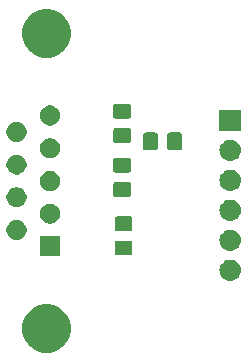
<source format=gbr>
G04 #@! TF.GenerationSoftware,KiCad,Pcbnew,(5.0.2)-1*
G04 #@! TF.CreationDate,2019-09-14T16:42:52-04:00*
G04 #@! TF.ProjectId,RS232_TTL_Female,52533233-325f-4545-944c-5f46656d616c,rev?*
G04 #@! TF.SameCoordinates,Original*
G04 #@! TF.FileFunction,Soldermask,Bot*
G04 #@! TF.FilePolarity,Negative*
%FSLAX46Y46*%
G04 Gerber Fmt 4.6, Leading zero omitted, Abs format (unit mm)*
G04 Created by KiCad (PCBNEW (5.0.2)-1) date 9/14/2019 4:42:52 PM*
%MOMM*%
%LPD*%
G01*
G04 APERTURE LIST*
%ADD10C,0.100000*%
G04 APERTURE END LIST*
D10*
G36*
X8299252Y-25815818D02*
X8299254Y-25815819D01*
X8299255Y-25815819D01*
X8672513Y-25970427D01*
X8672514Y-25970428D01*
X9008439Y-26194886D01*
X9294114Y-26480561D01*
X9294116Y-26480564D01*
X9518573Y-26816487D01*
X9673181Y-27189745D01*
X9752000Y-27585994D01*
X9752000Y-27990006D01*
X9673181Y-28386255D01*
X9518573Y-28759513D01*
X9518572Y-28759514D01*
X9294114Y-29095439D01*
X9008439Y-29381114D01*
X9008436Y-29381116D01*
X8672513Y-29605573D01*
X8299255Y-29760181D01*
X8299254Y-29760181D01*
X8299252Y-29760182D01*
X7903007Y-29839000D01*
X7498993Y-29839000D01*
X7102748Y-29760182D01*
X7102746Y-29760181D01*
X7102745Y-29760181D01*
X6729487Y-29605573D01*
X6393564Y-29381116D01*
X6393561Y-29381114D01*
X6107886Y-29095439D01*
X5883428Y-28759514D01*
X5883427Y-28759513D01*
X5728819Y-28386255D01*
X5650000Y-27990006D01*
X5650000Y-27585994D01*
X5728819Y-27189745D01*
X5883427Y-26816487D01*
X6107884Y-26480564D01*
X6107886Y-26480561D01*
X6393561Y-26194886D01*
X6729486Y-25970428D01*
X6729487Y-25970427D01*
X7102745Y-25815819D01*
X7102746Y-25815819D01*
X7102748Y-25815818D01*
X7498993Y-25737000D01*
X7903007Y-25737000D01*
X8299252Y-25815818D01*
X8299252Y-25815818D01*
G37*
G36*
X23351443Y-21965519D02*
X23417627Y-21972037D01*
X23530853Y-22006384D01*
X23587467Y-22023557D01*
X23726087Y-22097652D01*
X23743991Y-22107222D01*
X23779729Y-22136552D01*
X23881186Y-22219814D01*
X23964448Y-22321271D01*
X23993778Y-22357009D01*
X23993779Y-22357011D01*
X24077443Y-22513533D01*
X24077443Y-22513534D01*
X24128963Y-22683373D01*
X24146359Y-22860000D01*
X24128963Y-23036627D01*
X24094616Y-23149853D01*
X24077443Y-23206467D01*
X24003348Y-23345087D01*
X23993778Y-23362991D01*
X23964448Y-23398729D01*
X23881186Y-23500186D01*
X23779729Y-23583448D01*
X23743991Y-23612778D01*
X23743989Y-23612779D01*
X23587467Y-23696443D01*
X23530853Y-23713616D01*
X23417627Y-23747963D01*
X23351442Y-23754482D01*
X23285260Y-23761000D01*
X23196740Y-23761000D01*
X23130558Y-23754482D01*
X23064373Y-23747963D01*
X22951147Y-23713616D01*
X22894533Y-23696443D01*
X22738011Y-23612779D01*
X22738009Y-23612778D01*
X22702271Y-23583448D01*
X22600814Y-23500186D01*
X22517552Y-23398729D01*
X22488222Y-23362991D01*
X22478652Y-23345087D01*
X22404557Y-23206467D01*
X22387384Y-23149853D01*
X22353037Y-23036627D01*
X22335641Y-22860000D01*
X22353037Y-22683373D01*
X22404557Y-22513534D01*
X22404557Y-22513533D01*
X22488221Y-22357011D01*
X22488222Y-22357009D01*
X22517552Y-22321271D01*
X22600814Y-22219814D01*
X22702271Y-22136552D01*
X22738009Y-22107222D01*
X22755913Y-22097652D01*
X22894533Y-22023557D01*
X22951147Y-22006384D01*
X23064373Y-21972037D01*
X23130557Y-21965519D01*
X23196740Y-21959000D01*
X23285260Y-21959000D01*
X23351443Y-21965519D01*
X23351443Y-21965519D01*
G37*
G36*
X8852000Y-21679000D02*
X7150000Y-21679000D01*
X7150000Y-19977000D01*
X8852000Y-19977000D01*
X8852000Y-21679000D01*
X8852000Y-21679000D01*
G37*
G36*
X14812677Y-20342465D02*
X14850364Y-20353898D01*
X14885103Y-20372466D01*
X14915548Y-20397452D01*
X14940534Y-20427897D01*
X14959102Y-20462636D01*
X14970535Y-20500323D01*
X14975000Y-20545661D01*
X14975000Y-21382339D01*
X14970535Y-21427677D01*
X14959102Y-21465364D01*
X14940534Y-21500103D01*
X14915548Y-21530548D01*
X14885103Y-21555534D01*
X14850364Y-21574102D01*
X14812677Y-21585535D01*
X14767339Y-21590000D01*
X13680661Y-21590000D01*
X13635323Y-21585535D01*
X13597636Y-21574102D01*
X13562897Y-21555534D01*
X13532452Y-21530548D01*
X13507466Y-21500103D01*
X13488898Y-21465364D01*
X13477465Y-21427677D01*
X13473000Y-21382339D01*
X13473000Y-20545661D01*
X13477465Y-20500323D01*
X13488898Y-20462636D01*
X13507466Y-20427897D01*
X13532452Y-20397452D01*
X13562897Y-20372466D01*
X13597636Y-20353898D01*
X13635323Y-20342465D01*
X13680661Y-20338000D01*
X14767339Y-20338000D01*
X14812677Y-20342465D01*
X14812677Y-20342465D01*
G37*
G36*
X23351443Y-19425519D02*
X23417627Y-19432037D01*
X23510738Y-19460282D01*
X23587467Y-19483557D01*
X23693063Y-19540000D01*
X23743991Y-19567222D01*
X23779729Y-19596552D01*
X23881186Y-19679814D01*
X23964448Y-19781271D01*
X23993778Y-19817009D01*
X23993779Y-19817011D01*
X24077443Y-19973533D01*
X24081067Y-19985481D01*
X24128963Y-20143373D01*
X24146359Y-20320000D01*
X24128963Y-20496627D01*
X24110626Y-20557075D01*
X24077443Y-20666467D01*
X24003348Y-20805087D01*
X23993778Y-20822991D01*
X23964448Y-20858729D01*
X23881186Y-20960186D01*
X23779729Y-21043448D01*
X23743991Y-21072778D01*
X23743989Y-21072779D01*
X23587467Y-21156443D01*
X23530853Y-21173616D01*
X23417627Y-21207963D01*
X23351442Y-21214482D01*
X23285260Y-21221000D01*
X23196740Y-21221000D01*
X23130558Y-21214482D01*
X23064373Y-21207963D01*
X22951147Y-21173616D01*
X22894533Y-21156443D01*
X22738011Y-21072779D01*
X22738009Y-21072778D01*
X22702271Y-21043448D01*
X22600814Y-20960186D01*
X22517552Y-20858729D01*
X22488222Y-20822991D01*
X22478652Y-20805087D01*
X22404557Y-20666467D01*
X22371374Y-20557075D01*
X22353037Y-20496627D01*
X22335641Y-20320000D01*
X22353037Y-20143373D01*
X22400933Y-19985481D01*
X22404557Y-19973533D01*
X22488221Y-19817011D01*
X22488222Y-19817009D01*
X22517552Y-19781271D01*
X22600814Y-19679814D01*
X22702271Y-19596552D01*
X22738009Y-19567222D01*
X22788937Y-19540000D01*
X22894533Y-19483557D01*
X22971262Y-19460282D01*
X23064373Y-19432037D01*
X23130557Y-19425519D01*
X23196740Y-19419000D01*
X23285260Y-19419000D01*
X23351443Y-19425519D01*
X23351443Y-19425519D01*
G37*
G36*
X5409228Y-18624703D02*
X5564100Y-18688853D01*
X5703481Y-18781985D01*
X5822015Y-18900519D01*
X5915147Y-19039900D01*
X5979297Y-19194772D01*
X6012000Y-19359184D01*
X6012000Y-19526816D01*
X5979297Y-19691228D01*
X5915147Y-19846100D01*
X5822015Y-19985481D01*
X5703481Y-20104015D01*
X5564100Y-20197147D01*
X5409228Y-20261297D01*
X5244816Y-20294000D01*
X5077184Y-20294000D01*
X4912772Y-20261297D01*
X4757900Y-20197147D01*
X4618519Y-20104015D01*
X4499985Y-19985481D01*
X4406853Y-19846100D01*
X4342703Y-19691228D01*
X4310000Y-19526816D01*
X4310000Y-19359184D01*
X4342703Y-19194772D01*
X4406853Y-19039900D01*
X4499985Y-18900519D01*
X4618519Y-18781985D01*
X4757900Y-18688853D01*
X4912772Y-18624703D01*
X5077184Y-18592000D01*
X5244816Y-18592000D01*
X5409228Y-18624703D01*
X5409228Y-18624703D01*
G37*
G36*
X14812677Y-18292465D02*
X14850364Y-18303898D01*
X14885103Y-18322466D01*
X14915548Y-18347452D01*
X14940534Y-18377897D01*
X14959102Y-18412636D01*
X14970535Y-18450323D01*
X14975000Y-18495661D01*
X14975000Y-19332339D01*
X14970535Y-19377677D01*
X14959102Y-19415364D01*
X14940534Y-19450103D01*
X14915548Y-19480548D01*
X14885103Y-19505534D01*
X14850364Y-19524102D01*
X14812677Y-19535535D01*
X14767339Y-19540000D01*
X13680661Y-19540000D01*
X13635323Y-19535535D01*
X13597636Y-19524102D01*
X13562897Y-19505534D01*
X13532452Y-19480548D01*
X13507466Y-19450103D01*
X13488898Y-19415364D01*
X13477465Y-19377677D01*
X13473000Y-19332339D01*
X13473000Y-18495661D01*
X13477465Y-18450323D01*
X13488898Y-18412636D01*
X13507466Y-18377897D01*
X13532452Y-18347452D01*
X13562897Y-18322466D01*
X13597636Y-18303898D01*
X13635323Y-18292465D01*
X13680661Y-18288000D01*
X14767339Y-18288000D01*
X14812677Y-18292465D01*
X14812677Y-18292465D01*
G37*
G36*
X8249228Y-17239703D02*
X8404100Y-17303853D01*
X8543481Y-17396985D01*
X8662015Y-17515519D01*
X8755147Y-17654900D01*
X8819297Y-17809772D01*
X8852000Y-17974184D01*
X8852000Y-18141816D01*
X8819297Y-18306228D01*
X8755147Y-18461100D01*
X8662015Y-18600481D01*
X8543481Y-18719015D01*
X8404100Y-18812147D01*
X8249228Y-18876297D01*
X8084816Y-18909000D01*
X7917184Y-18909000D01*
X7752772Y-18876297D01*
X7597900Y-18812147D01*
X7458519Y-18719015D01*
X7339985Y-18600481D01*
X7246853Y-18461100D01*
X7182703Y-18306228D01*
X7150000Y-18141816D01*
X7150000Y-17974184D01*
X7182703Y-17809772D01*
X7246853Y-17654900D01*
X7339985Y-17515519D01*
X7458519Y-17396985D01*
X7597900Y-17303853D01*
X7752772Y-17239703D01*
X7917184Y-17207000D01*
X8084816Y-17207000D01*
X8249228Y-17239703D01*
X8249228Y-17239703D01*
G37*
G36*
X23351443Y-16885519D02*
X23417627Y-16892037D01*
X23513857Y-16921228D01*
X23587467Y-16943557D01*
X23726087Y-17017652D01*
X23743991Y-17027222D01*
X23779729Y-17056552D01*
X23881186Y-17139814D01*
X23936323Y-17207000D01*
X23993778Y-17277009D01*
X23993779Y-17277011D01*
X24077443Y-17433533D01*
X24077443Y-17433534D01*
X24128963Y-17603373D01*
X24146359Y-17780000D01*
X24128963Y-17956627D01*
X24123637Y-17974184D01*
X24077443Y-18126467D01*
X24003348Y-18265087D01*
X23993778Y-18282991D01*
X23985375Y-18293230D01*
X23881186Y-18420186D01*
X23789218Y-18495661D01*
X23743991Y-18532778D01*
X23743989Y-18532779D01*
X23587467Y-18616443D01*
X23530853Y-18633616D01*
X23417627Y-18667963D01*
X23351443Y-18674481D01*
X23285260Y-18681000D01*
X23196740Y-18681000D01*
X23130557Y-18674481D01*
X23064373Y-18667963D01*
X22951147Y-18633616D01*
X22894533Y-18616443D01*
X22738011Y-18532779D01*
X22738009Y-18532778D01*
X22692782Y-18495661D01*
X22600814Y-18420186D01*
X22496625Y-18293230D01*
X22488222Y-18282991D01*
X22478652Y-18265087D01*
X22404557Y-18126467D01*
X22358363Y-17974184D01*
X22353037Y-17956627D01*
X22335641Y-17780000D01*
X22353037Y-17603373D01*
X22404557Y-17433534D01*
X22404557Y-17433533D01*
X22488221Y-17277011D01*
X22488222Y-17277009D01*
X22545677Y-17207000D01*
X22600814Y-17139814D01*
X22702271Y-17056552D01*
X22738009Y-17027222D01*
X22755913Y-17017652D01*
X22894533Y-16943557D01*
X22968143Y-16921228D01*
X23064373Y-16892037D01*
X23130557Y-16885519D01*
X23196740Y-16879000D01*
X23285260Y-16879000D01*
X23351443Y-16885519D01*
X23351443Y-16885519D01*
G37*
G36*
X5409228Y-15854703D02*
X5564100Y-15918853D01*
X5703481Y-16011985D01*
X5822015Y-16130519D01*
X5915147Y-16269900D01*
X5979297Y-16424772D01*
X6012000Y-16589184D01*
X6012000Y-16756816D01*
X5979297Y-16921228D01*
X5915147Y-17076100D01*
X5822015Y-17215481D01*
X5703481Y-17334015D01*
X5564100Y-17427147D01*
X5409228Y-17491297D01*
X5244816Y-17524000D01*
X5077184Y-17524000D01*
X4912772Y-17491297D01*
X4757900Y-17427147D01*
X4618519Y-17334015D01*
X4499985Y-17215481D01*
X4406853Y-17076100D01*
X4342703Y-16921228D01*
X4310000Y-16756816D01*
X4310000Y-16589184D01*
X4342703Y-16424772D01*
X4406853Y-16269900D01*
X4499985Y-16130519D01*
X4618519Y-16011985D01*
X4757900Y-15918853D01*
X4912772Y-15854703D01*
X5077184Y-15822000D01*
X5244816Y-15822000D01*
X5409228Y-15854703D01*
X5409228Y-15854703D01*
G37*
G36*
X14685677Y-15389465D02*
X14723364Y-15400898D01*
X14758103Y-15419466D01*
X14788548Y-15444452D01*
X14813534Y-15474897D01*
X14832102Y-15509636D01*
X14843535Y-15547323D01*
X14848000Y-15592661D01*
X14848000Y-16429339D01*
X14843535Y-16474677D01*
X14832102Y-16512364D01*
X14813534Y-16547103D01*
X14788548Y-16577548D01*
X14758103Y-16602534D01*
X14723364Y-16621102D01*
X14685677Y-16632535D01*
X14640339Y-16637000D01*
X13553661Y-16637000D01*
X13508323Y-16632535D01*
X13470636Y-16621102D01*
X13435897Y-16602534D01*
X13405452Y-16577548D01*
X13380466Y-16547103D01*
X13361898Y-16512364D01*
X13350465Y-16474677D01*
X13346000Y-16429339D01*
X13346000Y-15592661D01*
X13350465Y-15547323D01*
X13361898Y-15509636D01*
X13380466Y-15474897D01*
X13405452Y-15444452D01*
X13435897Y-15419466D01*
X13470636Y-15400898D01*
X13508323Y-15389465D01*
X13553661Y-15385000D01*
X14640339Y-15385000D01*
X14685677Y-15389465D01*
X14685677Y-15389465D01*
G37*
G36*
X23351443Y-14345519D02*
X23417627Y-14352037D01*
X23530853Y-14386384D01*
X23587467Y-14403557D01*
X23704359Y-14466038D01*
X23743991Y-14487222D01*
X23768434Y-14507282D01*
X23881186Y-14599814D01*
X23964448Y-14701271D01*
X23993778Y-14737009D01*
X23993779Y-14737011D01*
X24077443Y-14893533D01*
X24077443Y-14893534D01*
X24128963Y-15063373D01*
X24146359Y-15240000D01*
X24128963Y-15416627D01*
X24100749Y-15509636D01*
X24077443Y-15586467D01*
X24074132Y-15592661D01*
X23993778Y-15742991D01*
X23964448Y-15778729D01*
X23881186Y-15880186D01*
X23797316Y-15949015D01*
X23743991Y-15992778D01*
X23743989Y-15992779D01*
X23587467Y-16076443D01*
X23530853Y-16093616D01*
X23417627Y-16127963D01*
X23351443Y-16134481D01*
X23285260Y-16141000D01*
X23196740Y-16141000D01*
X23130557Y-16134481D01*
X23064373Y-16127963D01*
X22951147Y-16093616D01*
X22894533Y-16076443D01*
X22738011Y-15992779D01*
X22738009Y-15992778D01*
X22684684Y-15949015D01*
X22600814Y-15880186D01*
X22517552Y-15778729D01*
X22488222Y-15742991D01*
X22407868Y-15592661D01*
X22404557Y-15586467D01*
X22381251Y-15509636D01*
X22353037Y-15416627D01*
X22335641Y-15240000D01*
X22353037Y-15063373D01*
X22404557Y-14893534D01*
X22404557Y-14893533D01*
X22488221Y-14737011D01*
X22488222Y-14737009D01*
X22517552Y-14701271D01*
X22600814Y-14599814D01*
X22713566Y-14507282D01*
X22738009Y-14487222D01*
X22777641Y-14466038D01*
X22894533Y-14403557D01*
X22951147Y-14386384D01*
X23064373Y-14352037D01*
X23130557Y-14345519D01*
X23196740Y-14339000D01*
X23285260Y-14339000D01*
X23351443Y-14345519D01*
X23351443Y-14345519D01*
G37*
G36*
X8249228Y-14469703D02*
X8404100Y-14533853D01*
X8543481Y-14626985D01*
X8662015Y-14745519D01*
X8755147Y-14884900D01*
X8819297Y-15039772D01*
X8852000Y-15204184D01*
X8852000Y-15371816D01*
X8819297Y-15536228D01*
X8755147Y-15691100D01*
X8662015Y-15830481D01*
X8543481Y-15949015D01*
X8404100Y-16042147D01*
X8249228Y-16106297D01*
X8084816Y-16139000D01*
X7917184Y-16139000D01*
X7752772Y-16106297D01*
X7597900Y-16042147D01*
X7458519Y-15949015D01*
X7339985Y-15830481D01*
X7246853Y-15691100D01*
X7182703Y-15536228D01*
X7150000Y-15371816D01*
X7150000Y-15204184D01*
X7182703Y-15039772D01*
X7246853Y-14884900D01*
X7339985Y-14745519D01*
X7458519Y-14626985D01*
X7597900Y-14533853D01*
X7752772Y-14469703D01*
X7917184Y-14437000D01*
X8084816Y-14437000D01*
X8249228Y-14469703D01*
X8249228Y-14469703D01*
G37*
G36*
X5409228Y-13084703D02*
X5564100Y-13148853D01*
X5703481Y-13241985D01*
X5822015Y-13360519D01*
X5915147Y-13499900D01*
X5979297Y-13654772D01*
X6012000Y-13819184D01*
X6012000Y-13986816D01*
X5979297Y-14151228D01*
X5915147Y-14306100D01*
X5822015Y-14445481D01*
X5703481Y-14564015D01*
X5564100Y-14657147D01*
X5409228Y-14721297D01*
X5244816Y-14754000D01*
X5077184Y-14754000D01*
X4912772Y-14721297D01*
X4757900Y-14657147D01*
X4618519Y-14564015D01*
X4499985Y-14445481D01*
X4406853Y-14306100D01*
X4342703Y-14151228D01*
X4310000Y-13986816D01*
X4310000Y-13819184D01*
X4342703Y-13654772D01*
X4406853Y-13499900D01*
X4499985Y-13360519D01*
X4618519Y-13241985D01*
X4757900Y-13148853D01*
X4912772Y-13084703D01*
X5077184Y-13052000D01*
X5244816Y-13052000D01*
X5409228Y-13084703D01*
X5409228Y-13084703D01*
G37*
G36*
X14685677Y-13339465D02*
X14723364Y-13350898D01*
X14758103Y-13369466D01*
X14788548Y-13394452D01*
X14813534Y-13424897D01*
X14832102Y-13459636D01*
X14843535Y-13497323D01*
X14848000Y-13542661D01*
X14848000Y-14379339D01*
X14843535Y-14424677D01*
X14832102Y-14462364D01*
X14813534Y-14497103D01*
X14788548Y-14527548D01*
X14758103Y-14552534D01*
X14723364Y-14571102D01*
X14685677Y-14582535D01*
X14640339Y-14587000D01*
X13553661Y-14587000D01*
X13508323Y-14582535D01*
X13470636Y-14571102D01*
X13435897Y-14552534D01*
X13405452Y-14527548D01*
X13380466Y-14497103D01*
X13361898Y-14462364D01*
X13350465Y-14424677D01*
X13346000Y-14379339D01*
X13346000Y-13542661D01*
X13350465Y-13497323D01*
X13361898Y-13459636D01*
X13380466Y-13424897D01*
X13405452Y-13394452D01*
X13435897Y-13369466D01*
X13470636Y-13350898D01*
X13508323Y-13339465D01*
X13553661Y-13335000D01*
X14640339Y-13335000D01*
X14685677Y-13339465D01*
X14685677Y-13339465D01*
G37*
G36*
X23351443Y-11805519D02*
X23417627Y-11812037D01*
X23529341Y-11845925D01*
X23587467Y-11863557D01*
X23660654Y-11902677D01*
X23743991Y-11947222D01*
X23748956Y-11951297D01*
X23881186Y-12059814D01*
X23964448Y-12161271D01*
X23993778Y-12197009D01*
X23993779Y-12197011D01*
X24077443Y-12353533D01*
X24077443Y-12353534D01*
X24128963Y-12523373D01*
X24146359Y-12700000D01*
X24128963Y-12876627D01*
X24115472Y-12921100D01*
X24077443Y-13046467D01*
X24022716Y-13148853D01*
X23993778Y-13202991D01*
X23964448Y-13238729D01*
X23881186Y-13340186D01*
X23790367Y-13414718D01*
X23743991Y-13452778D01*
X23743989Y-13452779D01*
X23587467Y-13536443D01*
X23530853Y-13553616D01*
X23417627Y-13587963D01*
X23351443Y-13594481D01*
X23285260Y-13601000D01*
X23196740Y-13601000D01*
X23130557Y-13594481D01*
X23064373Y-13587963D01*
X22951147Y-13553616D01*
X22894533Y-13536443D01*
X22738011Y-13452779D01*
X22738009Y-13452778D01*
X22691633Y-13414718D01*
X22600814Y-13340186D01*
X22517552Y-13238729D01*
X22488222Y-13202991D01*
X22459284Y-13148853D01*
X22404557Y-13046467D01*
X22366528Y-12921100D01*
X22353037Y-12876627D01*
X22335641Y-12700000D01*
X22353037Y-12523373D01*
X22404557Y-12353534D01*
X22404557Y-12353533D01*
X22488221Y-12197011D01*
X22488222Y-12197009D01*
X22517552Y-12161271D01*
X22600814Y-12059814D01*
X22733044Y-11951297D01*
X22738009Y-11947222D01*
X22821346Y-11902677D01*
X22894533Y-11863557D01*
X22952659Y-11845925D01*
X23064373Y-11812037D01*
X23130557Y-11805519D01*
X23196740Y-11799000D01*
X23285260Y-11799000D01*
X23351443Y-11805519D01*
X23351443Y-11805519D01*
G37*
G36*
X8249228Y-11699703D02*
X8404100Y-11763853D01*
X8543481Y-11856985D01*
X8662015Y-11975519D01*
X8755147Y-12114900D01*
X8819297Y-12269772D01*
X8852000Y-12434184D01*
X8852000Y-12601816D01*
X8819297Y-12766228D01*
X8755147Y-12921100D01*
X8662015Y-13060481D01*
X8543481Y-13179015D01*
X8404100Y-13272147D01*
X8249228Y-13336297D01*
X8084816Y-13369000D01*
X7917184Y-13369000D01*
X7752772Y-13336297D01*
X7597900Y-13272147D01*
X7458519Y-13179015D01*
X7339985Y-13060481D01*
X7246853Y-12921100D01*
X7182703Y-12766228D01*
X7150000Y-12601816D01*
X7150000Y-12434184D01*
X7182703Y-12269772D01*
X7246853Y-12114900D01*
X7339985Y-11975519D01*
X7458519Y-11856985D01*
X7597900Y-11763853D01*
X7752772Y-11699703D01*
X7917184Y-11667000D01*
X8084816Y-11667000D01*
X8249228Y-11699703D01*
X8249228Y-11699703D01*
G37*
G36*
X19014677Y-11191465D02*
X19052364Y-11202898D01*
X19087103Y-11221466D01*
X19117548Y-11246452D01*
X19142534Y-11276897D01*
X19161102Y-11311636D01*
X19172535Y-11349323D01*
X19177000Y-11394661D01*
X19177000Y-12481339D01*
X19172535Y-12526677D01*
X19161102Y-12564364D01*
X19142534Y-12599103D01*
X19117548Y-12629548D01*
X19087103Y-12654534D01*
X19052364Y-12673102D01*
X19014677Y-12684535D01*
X18969339Y-12689000D01*
X18132661Y-12689000D01*
X18087323Y-12684535D01*
X18049636Y-12673102D01*
X18014897Y-12654534D01*
X17984452Y-12629548D01*
X17959466Y-12599103D01*
X17940898Y-12564364D01*
X17929465Y-12526677D01*
X17925000Y-12481339D01*
X17925000Y-11394661D01*
X17929465Y-11349323D01*
X17940898Y-11311636D01*
X17959466Y-11276897D01*
X17984452Y-11246452D01*
X18014897Y-11221466D01*
X18049636Y-11202898D01*
X18087323Y-11191465D01*
X18132661Y-11187000D01*
X18969339Y-11187000D01*
X19014677Y-11191465D01*
X19014677Y-11191465D01*
G37*
G36*
X16964677Y-11191465D02*
X17002364Y-11202898D01*
X17037103Y-11221466D01*
X17067548Y-11246452D01*
X17092534Y-11276897D01*
X17111102Y-11311636D01*
X17122535Y-11349323D01*
X17127000Y-11394661D01*
X17127000Y-12481339D01*
X17122535Y-12526677D01*
X17111102Y-12564364D01*
X17092534Y-12599103D01*
X17067548Y-12629548D01*
X17037103Y-12654534D01*
X17002364Y-12673102D01*
X16964677Y-12684535D01*
X16919339Y-12689000D01*
X16082661Y-12689000D01*
X16037323Y-12684535D01*
X15999636Y-12673102D01*
X15964897Y-12654534D01*
X15934452Y-12629548D01*
X15909466Y-12599103D01*
X15890898Y-12564364D01*
X15879465Y-12526677D01*
X15875000Y-12481339D01*
X15875000Y-11394661D01*
X15879465Y-11349323D01*
X15890898Y-11311636D01*
X15909466Y-11276897D01*
X15934452Y-11246452D01*
X15964897Y-11221466D01*
X15999636Y-11202898D01*
X16037323Y-11191465D01*
X16082661Y-11187000D01*
X16919339Y-11187000D01*
X16964677Y-11191465D01*
X16964677Y-11191465D01*
G37*
G36*
X14685677Y-10817465D02*
X14723364Y-10828898D01*
X14758103Y-10847466D01*
X14788548Y-10872452D01*
X14813534Y-10902897D01*
X14832102Y-10937636D01*
X14843535Y-10975323D01*
X14848000Y-11020661D01*
X14848000Y-11857339D01*
X14843535Y-11902677D01*
X14832102Y-11940364D01*
X14813534Y-11975103D01*
X14788548Y-12005548D01*
X14758103Y-12030534D01*
X14723364Y-12049102D01*
X14685677Y-12060535D01*
X14640339Y-12065000D01*
X13553661Y-12065000D01*
X13508323Y-12060535D01*
X13470636Y-12049102D01*
X13435897Y-12030534D01*
X13405452Y-12005548D01*
X13380466Y-11975103D01*
X13361898Y-11940364D01*
X13350465Y-11902677D01*
X13346000Y-11857339D01*
X13346000Y-11020661D01*
X13350465Y-10975323D01*
X13361898Y-10937636D01*
X13380466Y-10902897D01*
X13405452Y-10872452D01*
X13435897Y-10847466D01*
X13470636Y-10828898D01*
X13508323Y-10817465D01*
X13553661Y-10813000D01*
X14640339Y-10813000D01*
X14685677Y-10817465D01*
X14685677Y-10817465D01*
G37*
G36*
X5409228Y-10314703D02*
X5564100Y-10378853D01*
X5703481Y-10471985D01*
X5822015Y-10590519D01*
X5915147Y-10729900D01*
X5979297Y-10884772D01*
X6012000Y-11049184D01*
X6012000Y-11216816D01*
X5979297Y-11381228D01*
X5915147Y-11536100D01*
X5822015Y-11675481D01*
X5703481Y-11794015D01*
X5564100Y-11887147D01*
X5409228Y-11951297D01*
X5244816Y-11984000D01*
X5077184Y-11984000D01*
X4912772Y-11951297D01*
X4757900Y-11887147D01*
X4618519Y-11794015D01*
X4499985Y-11675481D01*
X4406853Y-11536100D01*
X4342703Y-11381228D01*
X4310000Y-11216816D01*
X4310000Y-11049184D01*
X4342703Y-10884772D01*
X4406853Y-10729900D01*
X4499985Y-10590519D01*
X4618519Y-10471985D01*
X4757900Y-10378853D01*
X4912772Y-10314703D01*
X5077184Y-10282000D01*
X5244816Y-10282000D01*
X5409228Y-10314703D01*
X5409228Y-10314703D01*
G37*
G36*
X24142000Y-11061000D02*
X22340000Y-11061000D01*
X22340000Y-9259000D01*
X24142000Y-9259000D01*
X24142000Y-11061000D01*
X24142000Y-11061000D01*
G37*
G36*
X8249228Y-8929703D02*
X8404100Y-8993853D01*
X8543481Y-9086985D01*
X8662015Y-9205519D01*
X8755147Y-9344900D01*
X8819297Y-9499772D01*
X8852000Y-9664184D01*
X8852000Y-9831816D01*
X8819297Y-9996228D01*
X8755147Y-10151100D01*
X8662015Y-10290481D01*
X8543481Y-10409015D01*
X8404100Y-10502147D01*
X8249228Y-10566297D01*
X8084816Y-10599000D01*
X7917184Y-10599000D01*
X7752772Y-10566297D01*
X7597900Y-10502147D01*
X7458519Y-10409015D01*
X7339985Y-10290481D01*
X7246853Y-10151100D01*
X7182703Y-9996228D01*
X7150000Y-9831816D01*
X7150000Y-9664184D01*
X7182703Y-9499772D01*
X7246853Y-9344900D01*
X7339985Y-9205519D01*
X7458519Y-9086985D01*
X7597900Y-8993853D01*
X7752772Y-8929703D01*
X7917184Y-8897000D01*
X8084816Y-8897000D01*
X8249228Y-8929703D01*
X8249228Y-8929703D01*
G37*
G36*
X14685677Y-8767465D02*
X14723364Y-8778898D01*
X14758103Y-8797466D01*
X14788548Y-8822452D01*
X14813534Y-8852897D01*
X14832102Y-8887636D01*
X14843535Y-8925323D01*
X14848000Y-8970661D01*
X14848000Y-9807339D01*
X14843535Y-9852677D01*
X14832102Y-9890364D01*
X14813534Y-9925103D01*
X14788548Y-9955548D01*
X14758103Y-9980534D01*
X14723364Y-9999102D01*
X14685677Y-10010535D01*
X14640339Y-10015000D01*
X13553661Y-10015000D01*
X13508323Y-10010535D01*
X13470636Y-9999102D01*
X13435897Y-9980534D01*
X13405452Y-9955548D01*
X13380466Y-9925103D01*
X13361898Y-9890364D01*
X13350465Y-9852677D01*
X13346000Y-9807339D01*
X13346000Y-8970661D01*
X13350465Y-8925323D01*
X13361898Y-8887636D01*
X13380466Y-8852897D01*
X13405452Y-8822452D01*
X13435897Y-8797466D01*
X13470636Y-8778898D01*
X13508323Y-8767465D01*
X13553661Y-8763000D01*
X14640339Y-8763000D01*
X14685677Y-8767465D01*
X14685677Y-8767465D01*
G37*
G36*
X8299252Y-815818D02*
X8299254Y-815819D01*
X8299255Y-815819D01*
X8672513Y-970427D01*
X8672514Y-970428D01*
X9008439Y-1194886D01*
X9294114Y-1480561D01*
X9294116Y-1480564D01*
X9518573Y-1816487D01*
X9673181Y-2189745D01*
X9752000Y-2585994D01*
X9752000Y-2990006D01*
X9673181Y-3386255D01*
X9518573Y-3759513D01*
X9518572Y-3759514D01*
X9294114Y-4095439D01*
X9008439Y-4381114D01*
X9008436Y-4381116D01*
X8672513Y-4605573D01*
X8299255Y-4760181D01*
X8299254Y-4760181D01*
X8299252Y-4760182D01*
X7903007Y-4839000D01*
X7498993Y-4839000D01*
X7102748Y-4760182D01*
X7102746Y-4760181D01*
X7102745Y-4760181D01*
X6729487Y-4605573D01*
X6393564Y-4381116D01*
X6393561Y-4381114D01*
X6107886Y-4095439D01*
X5883428Y-3759514D01*
X5883427Y-3759513D01*
X5728819Y-3386255D01*
X5650000Y-2990006D01*
X5650000Y-2585994D01*
X5728819Y-2189745D01*
X5883427Y-1816487D01*
X6107884Y-1480564D01*
X6107886Y-1480561D01*
X6393561Y-1194886D01*
X6729486Y-970428D01*
X6729487Y-970427D01*
X7102745Y-815819D01*
X7102746Y-815819D01*
X7102748Y-815818D01*
X7498993Y-737000D01*
X7903007Y-737000D01*
X8299252Y-815818D01*
X8299252Y-815818D01*
G37*
M02*

</source>
